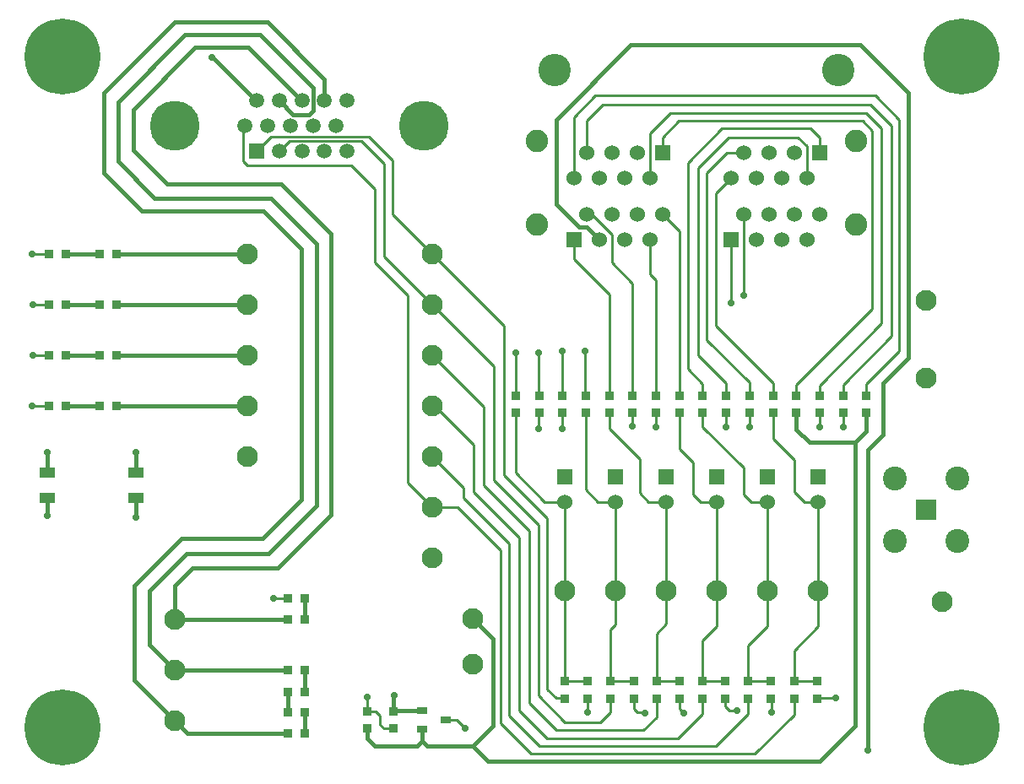
<source format=gtl>
G04*
G04 #@! TF.GenerationSoftware,Altium Limited,Altium Designer,19.1.8 (144)*
G04*
G04 Layer_Physical_Order=1*
G04 Layer_Color=255*
%FSLAX25Y25*%
%MOIN*%
G70*
G01*
G75*
%ADD10C,0.01000*%
%ADD13C,0.01500*%
%ADD33R,0.03740X0.03740*%
%ADD34R,0.03740X0.03740*%
%ADD35R,0.05906X0.04331*%
%ADD36R,0.03937X0.02559*%
%ADD37C,0.08268*%
%ADD38C,0.12795*%
%ADD39C,0.08858*%
%ADD40C,0.06000*%
%ADD41R,0.06000X0.06000*%
%ADD42C,0.05906*%
%ADD43R,0.05906X0.05906*%
%ADD44C,0.19685*%
%ADD45C,0.03000*%
%ADD46C,0.30000*%
%ADD47R,0.07874X0.07874*%
%ADD48C,0.09449*%
%ADD49R,0.06000X0.06000*%
%ADD50C,0.02800*%
D10*
X241154Y123846D02*
X243000Y122000D01*
X238000Y123846D02*
X241154D01*
X243000Y118586D02*
Y122000D01*
Y118586D02*
X244552Y117034D01*
X248244D01*
X238000Y123846D02*
Y129500D01*
X319500Y358500D02*
X328000Y367000D01*
X319500Y334500D02*
Y358500D01*
X238553Y350947D02*
X248000Y341500D01*
Y320000D02*
Y341500D01*
Y320000D02*
X263500Y304500D01*
X244500Y303500D02*
Y340000D01*
Y303500D02*
X263500Y284500D01*
X235447Y349053D02*
X244500Y340000D01*
X231500Y339500D02*
X241000Y330000D01*
X190500Y339500D02*
X231500D01*
X189000Y341000D02*
X190500Y339500D01*
X189000Y341000D02*
Y354394D01*
X189606Y355000D01*
X263500Y204500D02*
X273500D01*
X254000Y214000D02*
Y288000D01*
Y214000D02*
X263500Y204500D01*
X241000Y301000D02*
X254000Y288000D01*
X241000Y301000D02*
Y330000D01*
X221012Y344988D02*
X221024Y345000D01*
X199963Y350947D02*
X238553D01*
X207124Y349053D02*
X235447D01*
X203071Y345000D02*
X207124Y349053D01*
X194173Y345158D02*
X199963Y350947D01*
X105500Y304500D02*
X112153D01*
X106000Y284500D02*
X112153D01*
X106000Y264500D02*
X112153D01*
X105500Y244500D02*
X112153D01*
X201000Y168500D02*
X206653D01*
X273500Y204500D02*
X290500Y187500D01*
Y119000D02*
Y187500D01*
X263500Y224500D02*
X276000Y212000D01*
Y208000D02*
Y212000D01*
Y208000D02*
X294000Y190000D01*
Y122000D02*
Y190000D01*
X292000Y217000D02*
Y276000D01*
X263500Y304500D02*
X292000Y276000D01*
X288000Y215000D02*
Y260000D01*
X263500Y284500D02*
X288000Y260000D01*
X284000Y213000D02*
Y244000D01*
X263500Y264500D02*
X284000Y244000D01*
X280000Y210500D02*
Y229000D01*
X264500Y244500D02*
X280000Y229000D01*
X263500Y244500D02*
X264500D01*
X280000Y210500D02*
X298000Y192500D01*
X292000Y217000D02*
X309000Y200000D01*
X284000Y213000D02*
X302000Y195000D01*
X308000Y206500D02*
X316000D01*
X296500Y218000D02*
X308000Y206500D01*
X296500Y218000D02*
Y241653D01*
X305500Y130000D02*
Y197500D01*
X288000Y215000D02*
X305500Y197500D01*
X302000Y127000D02*
Y195000D01*
X298000Y124000D02*
Y192500D01*
X309000Y113000D02*
X360500D01*
X298000Y124000D02*
X309000Y113000D01*
X306000Y110000D02*
X375500D01*
X294000Y122000D02*
X306000Y110000D01*
X305500Y130000D02*
X316000Y119500D01*
X302000Y127000D02*
X312500Y116500D01*
X290500Y119000D02*
X302500Y107000D01*
X391000D01*
X316000Y119500D02*
X329914D01*
X312500Y116500D02*
X347000D01*
X329914Y119500D02*
X334016Y123602D01*
X347000Y116500D02*
X352107Y121607D01*
X360500Y113000D02*
X370198Y122698D01*
X375500Y110000D02*
X388289Y122789D01*
X391000Y107000D02*
X406380Y122380D01*
Y128941D01*
X388289Y122789D02*
Y128941D01*
X370198Y122698D02*
Y128941D01*
X352107Y121607D02*
Y128941D01*
X309000Y132500D02*
Y200000D01*
Y132500D02*
X312500Y129000D01*
X334016Y123602D02*
Y128941D01*
X312500Y129000D02*
X315866D01*
X315925Y128941D01*
X425767Y236233D02*
X426000Y236000D01*
X425767Y236233D02*
Y241653D01*
X416500Y236000D02*
Y241620D01*
X416533Y241653D01*
X389000Y236000D02*
Y241487D01*
X388833Y241653D02*
X389000Y241487D01*
X379500Y236000D02*
X379600Y236100D01*
Y241653D01*
X342500Y236500D02*
Y241487D01*
X351900Y236100D02*
X352000Y236000D01*
X351900Y236100D02*
Y241653D01*
X342500Y241487D02*
X342667Y241653D01*
X315000Y235500D02*
Y241620D01*
X314967Y241653D02*
X315000Y241620D01*
X305500Y235500D02*
Y241420D01*
X305733Y241653D01*
X324000Y249147D02*
X324500Y248646D01*
X305500Y249113D02*
X306000Y248613D01*
X386500Y288000D02*
Y320000D01*
X381500Y285000D02*
Y310000D01*
X305500Y249113D02*
Y265500D01*
X315000Y248380D02*
Y266000D01*
X324000Y249147D02*
Y266000D01*
X296500Y248346D02*
Y265500D01*
X324200Y248346D02*
X324500Y248646D01*
X314967Y248346D02*
X315000Y248380D01*
X305733Y248346D02*
X306000Y248613D01*
X438500Y367000D02*
X448000Y357500D01*
X328000Y367000D02*
X438500D01*
X436500Y363500D02*
X445000Y355000D01*
X331000Y363500D02*
X436500D01*
X324500Y357000D02*
X331000Y363500D01*
X435000Y360000D02*
X441000Y354000D01*
X357500Y360000D02*
X435000D01*
X349500Y352000D02*
X357500Y360000D01*
X433500Y357000D02*
X437300Y353200D01*
X361000Y357000D02*
X433500D01*
X354500Y350500D02*
X361000Y357000D01*
X413000Y354000D02*
X416500Y350500D01*
X378000Y354000D02*
X413000D01*
X364500Y340500D02*
X378000Y354000D01*
X411500Y334500D02*
Y347000D01*
X408000Y350500D02*
X411500Y347000D01*
X380500Y350500D02*
X408000D01*
X368500Y338500D02*
X380500Y350500D01*
X441000Y277000D02*
Y354000D01*
X445000Y272000D02*
Y355000D01*
X448000Y266000D02*
Y357500D01*
X437300Y282800D02*
Y353200D01*
X425767Y252767D02*
X445000Y272000D01*
X435000Y253000D02*
X448000Y266000D01*
X416533Y252533D02*
X441000Y277000D01*
X416533Y248346D02*
Y252533D01*
X407300Y252800D02*
X437300Y282800D01*
X407300Y248346D02*
Y252800D01*
X425767Y248346D02*
Y252767D01*
X435000Y248346D02*
Y253000D01*
X354500Y344500D02*
Y350500D01*
X349500Y334500D02*
Y352000D01*
X324500Y344500D02*
Y357000D01*
X388833Y248346D02*
Y253667D01*
X372000Y270500D02*
X388833Y253667D01*
X372000Y270500D02*
Y336500D01*
X379600Y248346D02*
Y253400D01*
X368500Y264500D02*
X379600Y253400D01*
X368500Y264500D02*
Y338500D01*
X375500Y328500D02*
X381500Y334500D01*
X375500Y276000D02*
Y328500D01*
Y276000D02*
X398067Y253433D01*
X372000Y336500D02*
X380000Y344500D01*
X364500Y259000D02*
Y340500D01*
Y259000D02*
X370367Y253133D01*
X398067Y248346D02*
Y253433D01*
X416500Y344500D02*
Y350500D01*
X370367Y248346D02*
Y253133D01*
X380000Y344500D02*
X386500D01*
X342667Y248346D02*
Y292833D01*
X334500Y301000D02*
X342667Y292833D01*
X334500Y301000D02*
Y312000D01*
X333433Y248346D02*
Y288567D01*
X319500Y302500D02*
X333433Y288567D01*
X319500Y302500D02*
Y310000D01*
X326500Y320000D02*
X334500Y312000D01*
X324500Y320000D02*
X326500D01*
X349500Y296500D02*
Y310000D01*
Y296500D02*
X351900Y294100D01*
Y248346D02*
Y294100D01*
X354500Y320000D02*
X361133Y313367D01*
Y248346D02*
Y313367D01*
X416000Y157500D02*
Y171500D01*
X406380Y147880D02*
X416000Y157500D01*
X406380Y135634D02*
Y147880D01*
X396000Y157500D02*
Y171500D01*
X388289Y149789D02*
X396000Y157500D01*
X388289Y135634D02*
Y149789D01*
X376000Y157500D02*
Y171500D01*
X370198Y151698D02*
X376000Y157500D01*
X370198Y135634D02*
Y151698D01*
X356000Y158500D02*
Y171500D01*
X352107Y154607D02*
X356000Y158500D01*
X352107Y135634D02*
Y154607D01*
X315925Y135634D02*
X324971D01*
X334016D02*
X343061D01*
X352107D02*
X361152D01*
X370198D02*
X379243D01*
X388289D02*
X397334D01*
X406380D02*
X415425D01*
X336000Y158000D02*
Y171500D01*
X334016Y156016D02*
X336000Y158000D01*
X334016Y135634D02*
Y156016D01*
X315925Y135634D02*
X316000Y135709D01*
Y171500D01*
X416000D02*
Y206500D01*
X396000Y171500D02*
Y206500D01*
X376000Y171500D02*
Y206500D01*
X356000Y171500D02*
Y206500D01*
X336000Y171500D02*
Y206500D01*
X316000Y171500D02*
Y206500D01*
X410500D02*
X416000D01*
X406500Y210500D02*
X410500Y206500D01*
X406500Y210500D02*
Y223000D01*
X398067Y231433D02*
X406500Y223000D01*
X398067Y231433D02*
Y241653D01*
X386500Y209500D02*
Y220000D01*
X370367Y236133D02*
X386500Y220000D01*
X370367Y236133D02*
Y241653D01*
X386500Y209500D02*
X389500Y206500D01*
X396000D01*
X369500D02*
X376000D01*
X366500Y209500D02*
X369500Y206500D01*
X366500Y209500D02*
Y222000D01*
X361133Y227367D02*
X366500Y222000D01*
X361133Y227367D02*
Y241653D01*
X333433Y235567D02*
X345500Y223500D01*
X333433Y235567D02*
Y241653D01*
X345500Y210000D02*
Y223500D01*
Y210000D02*
X349000Y206500D01*
X356000D01*
X329000D02*
X336000D01*
X324200Y211300D02*
X329000Y206500D01*
X324200Y211300D02*
Y241653D01*
X415484Y129000D02*
X423000D01*
X415425Y128941D02*
X415484Y129000D01*
X397500Y123500D02*
Y128775D01*
X397334Y128941D02*
X397500Y128775D01*
X381000Y124000D02*
X384000D01*
X379243Y125757D02*
X381000Y124000D01*
X379243Y125757D02*
Y128941D01*
X361152Y124848D02*
X363000Y123000D01*
X361152Y124848D02*
Y128941D01*
X344656Y123344D02*
X347156D01*
X343061Y124938D02*
X344656Y123344D01*
X343061Y124938D02*
Y128941D01*
X347156Y123344D02*
X347500Y123000D01*
X325000Y123500D02*
Y128912D01*
X324971Y128941D02*
X325000Y128912D01*
X273120Y120380D02*
X276500Y117000D01*
X268969Y120380D02*
X273120D01*
X248000Y116789D02*
X248244Y117034D01*
D13*
X257539Y110000D02*
X259520Y111980D01*
X241000Y110000D02*
X257539D01*
X238000Y113000D02*
X241000Y110000D01*
X238000Y113000D02*
Y117154D01*
X279500Y160500D02*
X287500Y152500D01*
X435500Y108500D02*
Y227000D01*
X441500Y233000D01*
X451500Y263500D02*
Y368000D01*
X441500Y253500D02*
X451500Y263500D01*
X441500Y233000D02*
Y253500D01*
X342000Y387000D02*
X432500D01*
X312500Y357500D02*
X342000Y387000D01*
X312500Y324000D02*
Y357500D01*
Y324000D02*
X321500Y315000D01*
X324500D01*
X329500Y310000D01*
X432500Y387000D02*
X451500Y368000D01*
X248372Y123854D02*
X248638Y124120D01*
X248372Y129872D02*
X248500Y130000D01*
X248372Y123854D02*
Y129872D01*
X248244Y123726D02*
X248372Y123854D01*
X195500Y391000D02*
X216500Y370000D01*
Y361000D02*
Y370000D01*
X215000Y359500D02*
X216500Y361000D01*
X208571Y359500D02*
X215000D01*
X203071Y365000D02*
X208571Y359500D01*
X166000Y391000D02*
X195500D01*
X221024Y365000D02*
Y373476D01*
X198500Y396000D02*
X221024Y373476D01*
X162000Y396000D02*
X198500D01*
X191000Y386000D02*
X212000Y365000D01*
X212047D01*
X139500Y364500D02*
X166000Y391000D01*
X170000Y386000D02*
X191000D01*
X145500Y361500D02*
X170000Y386000D01*
X139500Y341000D02*
Y364500D01*
X145500Y345500D02*
Y361500D01*
X139500Y341000D02*
X154000Y326500D01*
X134000Y368000D02*
X162000Y396000D01*
X134000Y336500D02*
Y368000D01*
Y336500D02*
X149000Y321500D01*
X154000Y326500D02*
X200000D01*
X149000Y321500D02*
X197000D01*
X200000Y326500D02*
X218000Y308500D01*
X204000Y332000D02*
X223500Y312500D01*
X159000Y332000D02*
X204000D01*
X145500Y345500D02*
X159000Y332000D01*
X212000Y207500D02*
Y306500D01*
X197000Y321500D02*
X212000Y306500D01*
X218000Y205000D02*
Y308500D01*
X223500Y201500D02*
Y312500D01*
X199000Y186000D02*
X218000Y205000D01*
X202500Y180500D02*
X223500Y201500D01*
X196500Y192000D02*
X212000Y207500D01*
X164500Y192000D02*
X196500D01*
X166500Y186000D02*
X199000D01*
X169000Y180500D02*
X202500D01*
X152000Y171500D02*
X166500Y186000D01*
X162000Y173500D02*
X169000Y180500D01*
X146000Y173500D02*
X164500Y192000D01*
X146000Y136000D02*
Y173500D01*
Y136000D02*
X162000Y120000D01*
X152000Y150000D02*
Y171500D01*
Y150000D02*
X162000Y140000D01*
Y160000D02*
Y173500D01*
X167000Y115000D02*
X206653D01*
X162000Y120000D02*
X167000Y115000D01*
X162000Y160000D02*
X206653D01*
X162000Y140000D02*
X206653D01*
X176500Y382000D02*
X176797D01*
X193797Y365000D01*
X194095D01*
X111500Y201000D02*
Y207980D01*
X111480Y208000D02*
X111500Y207980D01*
X146500Y200500D02*
Y207980D01*
X146520Y208000D01*
X146500Y218020D02*
Y226000D01*
Y218020D02*
X146520Y218000D01*
X111500Y218020D02*
Y226000D01*
X111480Y218000D02*
X111500Y218020D01*
X138847Y244500D02*
X190500D01*
X138847Y264500D02*
X190500D01*
X138847Y284500D02*
X190500D01*
X138847Y304500D02*
X190500D01*
X118846Y244500D02*
X132153D01*
X118846Y264500D02*
X132153D01*
X118846Y284500D02*
X132153D01*
X118846Y304500D02*
X132153D01*
X213347Y160000D02*
Y168500D01*
Y131500D02*
Y140000D01*
X206653Y123500D02*
Y131500D01*
X213347Y115000D02*
Y123500D01*
X279500Y110000D02*
X285500Y104000D01*
X287500Y118000D02*
Y152500D01*
X279500Y110000D02*
X287500Y118000D01*
X416500Y104000D02*
X430500Y118000D01*
X285500Y104000D02*
X416500D01*
X412500Y230000D02*
X430500D01*
X407300Y235200D02*
X412500Y230000D01*
X407300Y235200D02*
Y241653D01*
X435000Y234500D02*
Y241653D01*
X430500Y230000D02*
X435000Y234500D01*
X430500Y118000D02*
Y230000D01*
X261500Y110000D02*
X279500D01*
X259520Y111980D02*
X261500Y110000D01*
X259520Y111980D02*
Y116640D01*
X248638Y124120D02*
X259520D01*
D33*
X238000Y123846D02*
D03*
Y117154D02*
D03*
X435000Y241653D02*
D03*
Y248346D02*
D03*
X425767Y241653D02*
D03*
Y248346D02*
D03*
X416533Y241653D02*
D03*
Y248346D02*
D03*
X407300Y241653D02*
D03*
Y248346D02*
D03*
X398067Y241653D02*
D03*
Y248346D02*
D03*
X388833Y241653D02*
D03*
Y248346D02*
D03*
X379600Y241653D02*
D03*
Y248346D02*
D03*
X370367Y241653D02*
D03*
Y248346D02*
D03*
X351900Y241653D02*
D03*
Y248346D02*
D03*
X342667Y241653D02*
D03*
Y248346D02*
D03*
X333433Y241653D02*
D03*
Y248346D02*
D03*
X324200Y241653D02*
D03*
Y248346D02*
D03*
X314967Y241653D02*
D03*
Y248346D02*
D03*
X296500Y241653D02*
D03*
Y248346D02*
D03*
X305733Y241653D02*
D03*
Y248346D02*
D03*
X361133Y241653D02*
D03*
Y248346D02*
D03*
X248244Y117034D02*
D03*
Y123726D02*
D03*
X406380Y128941D02*
D03*
Y135634D02*
D03*
X388289Y128941D02*
D03*
Y135634D02*
D03*
X370198Y128941D02*
D03*
Y135634D02*
D03*
X352107Y128941D02*
D03*
Y135634D02*
D03*
X415425Y128941D02*
D03*
Y135634D02*
D03*
X397334Y128941D02*
D03*
Y135634D02*
D03*
X379243Y128941D02*
D03*
Y135634D02*
D03*
X361152Y128941D02*
D03*
Y135634D02*
D03*
X343061Y128941D02*
D03*
Y135634D02*
D03*
X334016Y128941D02*
D03*
Y135634D02*
D03*
X324971Y128941D02*
D03*
Y135634D02*
D03*
X315925Y128941D02*
D03*
Y135634D02*
D03*
D34*
X206653Y115000D02*
D03*
X213347D02*
D03*
Y123500D02*
D03*
X206653D02*
D03*
Y131500D02*
D03*
X213347D02*
D03*
Y140000D02*
D03*
X206653D02*
D03*
Y168500D02*
D03*
X213347D02*
D03*
Y160000D02*
D03*
X206653D02*
D03*
X132153Y304500D02*
D03*
X138847D02*
D03*
X118846D02*
D03*
X112153D02*
D03*
X132153Y284500D02*
D03*
X138847D02*
D03*
X118846D02*
D03*
X112153D02*
D03*
X132153Y264500D02*
D03*
X138847D02*
D03*
X118846D02*
D03*
X112153D02*
D03*
X132153Y244500D02*
D03*
X138847D02*
D03*
X118846D02*
D03*
X112153D02*
D03*
D35*
X111480Y208000D02*
D03*
X146520D02*
D03*
X111480Y218000D02*
D03*
X146520D02*
D03*
D36*
X268969Y120380D02*
D03*
X259520Y116640D02*
D03*
Y124120D02*
D03*
D37*
X279500Y160500D02*
D03*
X458500Y286000D02*
D03*
X465000Y167000D02*
D03*
X416000Y171500D02*
D03*
X396000D02*
D03*
X376000D02*
D03*
X356000D02*
D03*
X336000D02*
D03*
X316000D02*
D03*
X458500Y255500D02*
D03*
X279500Y142500D02*
D03*
X190500Y224500D02*
D03*
X263500Y184500D02*
D03*
X162000Y160000D02*
D03*
Y140000D02*
D03*
Y120000D02*
D03*
X190500Y244500D02*
D03*
Y264500D02*
D03*
Y284500D02*
D03*
Y304500D02*
D03*
X263500Y204500D02*
D03*
Y224500D02*
D03*
Y244500D02*
D03*
Y264500D02*
D03*
Y284500D02*
D03*
Y304500D02*
D03*
D38*
X312000Y377000D02*
D03*
X424000D02*
D03*
D39*
X431000Y316000D02*
D03*
Y349000D02*
D03*
X305000D02*
D03*
Y316000D02*
D03*
D40*
X329500Y310000D02*
D03*
X339500D02*
D03*
X349500D02*
D03*
X354500Y320000D02*
D03*
X344500D02*
D03*
X334500D02*
D03*
X324500D02*
D03*
Y344500D02*
D03*
X334500D02*
D03*
X344500D02*
D03*
X319500Y334500D02*
D03*
X349500D02*
D03*
X339500D02*
D03*
X329500D02*
D03*
X391500Y310000D02*
D03*
X401500D02*
D03*
X411500D02*
D03*
X416500Y320000D02*
D03*
X406500D02*
D03*
X396500D02*
D03*
X386500D02*
D03*
Y344500D02*
D03*
X396500D02*
D03*
X406500D02*
D03*
X411500Y334500D02*
D03*
X401500D02*
D03*
X381500D02*
D03*
X391500D02*
D03*
X336000Y206500D02*
D03*
X316000D02*
D03*
X376000D02*
D03*
X356000D02*
D03*
X416000D02*
D03*
X396000D02*
D03*
D41*
X319500Y310000D02*
D03*
X354500Y344500D02*
D03*
X381500Y310000D02*
D03*
X416500Y344500D02*
D03*
D42*
X194095Y365000D02*
D03*
X203071D02*
D03*
X212047D02*
D03*
X221024D02*
D03*
X230000D02*
D03*
X203071Y345000D02*
D03*
X212047D02*
D03*
X221024D02*
D03*
X230000D02*
D03*
X225512Y355000D02*
D03*
X216535D02*
D03*
X207559D02*
D03*
X198583D02*
D03*
X189606D02*
D03*
D43*
X194173Y345158D02*
D03*
D44*
X161929Y355000D02*
D03*
X260315D02*
D03*
D45*
X482342Y388405D02*
D03*
X478406Y372657D02*
D03*
X462657Y376594D02*
D03*
X478406Y392342D02*
D03*
X482342Y376594D02*
D03*
X466595Y372657D02*
D03*
Y392342D02*
D03*
X462657Y388405D02*
D03*
X461250Y382500D02*
D03*
X472500Y371250D02*
D03*
X483750Y382500D02*
D03*
X472500Y393750D02*
D03*
X127342Y388405D02*
D03*
X123406Y372657D02*
D03*
X107658Y376594D02*
D03*
X123406Y392342D02*
D03*
X127342Y376594D02*
D03*
X111594Y372657D02*
D03*
Y392342D02*
D03*
X107658Y388405D02*
D03*
X106250Y382500D02*
D03*
X117500Y371250D02*
D03*
X128750Y382500D02*
D03*
X117500Y393750D02*
D03*
X482342Y123406D02*
D03*
X478406Y107658D02*
D03*
X462657Y111594D02*
D03*
X478406Y127342D02*
D03*
X482342Y111594D02*
D03*
X466595Y107658D02*
D03*
Y127342D02*
D03*
X462657Y123406D02*
D03*
X461250Y117500D02*
D03*
X472500Y106250D02*
D03*
X483750Y117500D02*
D03*
X472500Y128750D02*
D03*
X127342Y123406D02*
D03*
X123406Y107658D02*
D03*
X107658Y111594D02*
D03*
X123406Y127342D02*
D03*
X127342Y111594D02*
D03*
X111594Y107658D02*
D03*
Y127342D02*
D03*
X107658Y123406D02*
D03*
X106250Y117500D02*
D03*
X117500Y106250D02*
D03*
X128750Y117500D02*
D03*
X117500Y128750D02*
D03*
D46*
X472500Y382500D02*
D03*
X117500D02*
D03*
X472500Y117500D02*
D03*
X117500D02*
D03*
D47*
X458677Y203323D02*
D03*
D48*
X446354Y215646D02*
D03*
X471000D02*
D03*
Y191000D02*
D03*
X446354D02*
D03*
D49*
X336000Y216500D02*
D03*
X316000D02*
D03*
X376000D02*
D03*
X356000D02*
D03*
X416000D02*
D03*
X396000D02*
D03*
D50*
X238000Y129500D02*
D03*
X435500Y108500D02*
D03*
X248500Y130000D02*
D03*
X176500Y382000D02*
D03*
X111500Y201000D02*
D03*
X146500Y200500D02*
D03*
Y226000D02*
D03*
X111500D02*
D03*
X105500Y304500D02*
D03*
X106000Y284500D02*
D03*
Y264500D02*
D03*
X105500Y244500D02*
D03*
X201000Y168500D02*
D03*
X426000Y236000D02*
D03*
X416500D02*
D03*
X389000D02*
D03*
X379500D02*
D03*
X342500Y236500D02*
D03*
X352000Y236000D02*
D03*
X315000Y235500D02*
D03*
X305500D02*
D03*
X386500Y288000D02*
D03*
X381500Y285000D02*
D03*
X305500Y265500D02*
D03*
X315000Y266000D02*
D03*
X324000D02*
D03*
X296500Y265500D02*
D03*
X423000Y129000D02*
D03*
X397500Y123500D02*
D03*
X384000Y124000D02*
D03*
X363000Y123000D02*
D03*
X347500D02*
D03*
X325000Y123500D02*
D03*
X276500Y117000D02*
D03*
M02*

</source>
